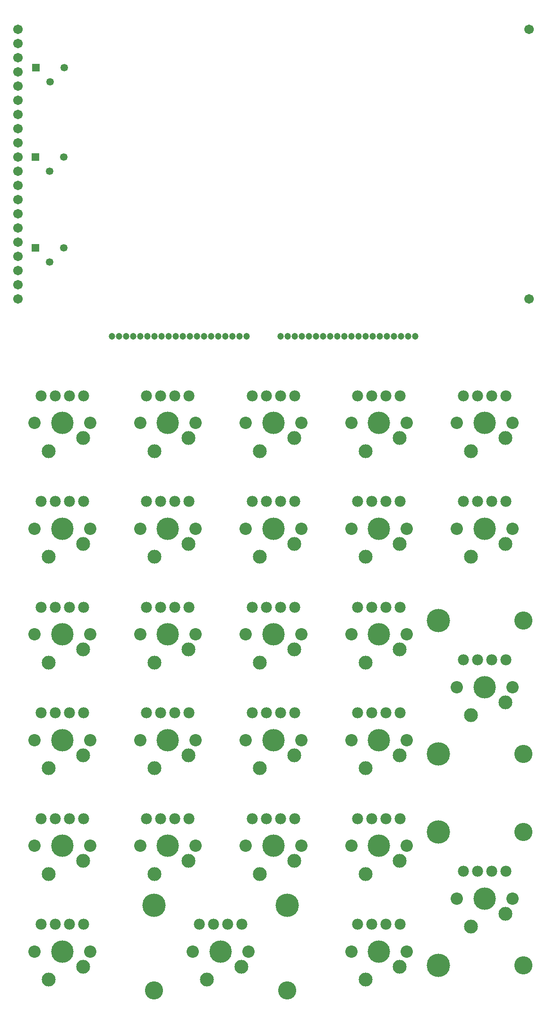
<source format=gbr>
%TF.GenerationSoftware,Altium Limited,Altium Designer,22.7.1 (60)*%
G04 Layer_Color=8388736*
%FSLAX45Y45*%
%MOMM*%
%TF.SameCoordinates,5A05AA2C-F857-43D8-A6CE-F15CAA79189D*%
%TF.FilePolarity,Negative*%
%TF.FileFunction,Soldermask,Top*%
%TF.Part,Single*%
G01*
G75*
%TA.AperFunction,ComponentPad*%
%ADD13R,1.34620X1.34620*%
%ADD14C,1.34620*%
%ADD43C,1.98120*%
%ADD44C,2.48920*%
%ADD45C,4.01320*%
%ADD46C,2.20320*%
%ADD47C,4.19120*%
%ADD48C,3.25120*%
%ADD49C,1.20320*%
%TA.AperFunction,ViaPad*%
%ADD50C,1.70320*%
D13*
X584200Y16827499D02*
D03*
X571500Y13601700D02*
D03*
Y15227299D02*
D03*
D14*
X838200Y16573500D02*
D03*
X1092200Y16827499D02*
D03*
X1079500Y13601700D02*
D03*
X825500Y13347701D02*
D03*
X1079500Y15227299D02*
D03*
X825500Y14973300D02*
D03*
D43*
X8752730Y10950930D02*
D03*
X8244730D02*
D03*
X8498730D02*
D03*
X9006750Y10950910D02*
D03*
Y6220160D02*
D03*
X8498730Y6220180D02*
D03*
X8244730D02*
D03*
X8752730D02*
D03*
X9006750Y2435560D02*
D03*
X8498730Y2435580D02*
D03*
X8244730D02*
D03*
X8752730D02*
D03*
X4021980Y1489430D02*
D03*
X3513980D02*
D03*
X3767980D02*
D03*
X4276000Y1489410D02*
D03*
X1183530Y1489430D02*
D03*
X675530D02*
D03*
X929530D02*
D03*
X1437550Y1489410D02*
D03*
X1183530Y3381730D02*
D03*
X675530D02*
D03*
X929530D02*
D03*
X1437550Y3381710D02*
D03*
X1183530Y5274030D02*
D03*
X675530D02*
D03*
X929530D02*
D03*
X1437550Y5274010D02*
D03*
X1183530Y7166330D02*
D03*
X675530D02*
D03*
X929530D02*
D03*
X1437550Y7166310D02*
D03*
X1183530Y9058630D02*
D03*
X675530D02*
D03*
X929530D02*
D03*
X1437550Y9058610D02*
D03*
X1183530Y10950930D02*
D03*
X675530D02*
D03*
X929530D02*
D03*
X1437550Y10950910D02*
D03*
X7114450D02*
D03*
X6606430Y10950930D02*
D03*
X6352430D02*
D03*
X6860430D02*
D03*
X5222150Y3381710D02*
D03*
X4714130Y3381730D02*
D03*
X4460130D02*
D03*
X4968130D02*
D03*
X7114450Y1489410D02*
D03*
X6606430Y1489430D02*
D03*
X6352430D02*
D03*
X6860430D02*
D03*
X7114450Y3381710D02*
D03*
X6606430Y3381730D02*
D03*
X6352430D02*
D03*
X6860430D02*
D03*
X7114450Y5274010D02*
D03*
X6606430Y5274030D02*
D03*
X6352430D02*
D03*
X6860430D02*
D03*
X5222150Y9058610D02*
D03*
X4714130Y9058630D02*
D03*
X4460130D02*
D03*
X4968130D02*
D03*
X5222150Y10950910D02*
D03*
X4714130Y10950930D02*
D03*
X4460130D02*
D03*
X4968130D02*
D03*
X7114450Y9058610D02*
D03*
X6606430Y9058630D02*
D03*
X6352430D02*
D03*
X6860430D02*
D03*
X7114450Y7166310D02*
D03*
X6606430Y7166330D02*
D03*
X6352430D02*
D03*
X6860430D02*
D03*
X5222150Y7166310D02*
D03*
X4714130Y7166330D02*
D03*
X4460130D02*
D03*
X4968130D02*
D03*
X5222150Y5274010D02*
D03*
X4714130Y5274030D02*
D03*
X4460130D02*
D03*
X4968130D02*
D03*
X9006750Y9058610D02*
D03*
X8498730Y9058630D02*
D03*
X8244730D02*
D03*
X8752730D02*
D03*
X3329850Y7166310D02*
D03*
X2821830Y7166330D02*
D03*
X2567830D02*
D03*
X3075830D02*
D03*
X3329850Y5274010D02*
D03*
X2821830Y5274030D02*
D03*
X2567830D02*
D03*
X3075830D02*
D03*
X3329850Y10950910D02*
D03*
X2821830Y10950930D02*
D03*
X2567830D02*
D03*
X3075830D02*
D03*
X3329850Y3381710D02*
D03*
X2821830Y3381730D02*
D03*
X2567830D02*
D03*
X3075830D02*
D03*
X3329850Y9058610D02*
D03*
X2821830Y9058630D02*
D03*
X2567830D02*
D03*
X3075830D02*
D03*
D44*
X8381930Y9960310D02*
D03*
X8999130Y10194010D02*
D03*
Y5463260D02*
D03*
X8381930Y5229560D02*
D03*
X8999130Y1678660D02*
D03*
X8381930Y1444960D02*
D03*
X3651180Y498810D02*
D03*
X4268380Y732510D02*
D03*
X812730Y498810D02*
D03*
X1429930Y732510D02*
D03*
X812730Y2391110D02*
D03*
X1429930Y2624810D02*
D03*
X812730Y4283410D02*
D03*
X1429930Y4517110D02*
D03*
X812730Y6175710D02*
D03*
X1429930Y6409410D02*
D03*
X812730Y8068010D02*
D03*
X1429930Y8301710D02*
D03*
X812730Y9960310D02*
D03*
X1429930Y10194010D02*
D03*
X7106830D02*
D03*
X6489630Y9960310D02*
D03*
X5214530Y2624810D02*
D03*
X4597330Y2391110D02*
D03*
X7106830Y732510D02*
D03*
X6489630Y498810D02*
D03*
X7106830Y2624810D02*
D03*
X6489630Y2391110D02*
D03*
X7106830Y4517110D02*
D03*
X6489630Y4283410D02*
D03*
X5214530Y8301710D02*
D03*
X4597330Y8068010D02*
D03*
X5214530Y10194010D02*
D03*
X4597330Y9960310D02*
D03*
X7106830Y8301710D02*
D03*
X6489630Y8068010D02*
D03*
X7106830Y6409410D02*
D03*
X6489630Y6175710D02*
D03*
X5214530Y6409410D02*
D03*
X4597330Y6175710D02*
D03*
X5214530Y4517110D02*
D03*
X4597330Y4283410D02*
D03*
X8999130Y8301710D02*
D03*
X8381930Y8068010D02*
D03*
X3322230Y6409410D02*
D03*
X2705030Y6175710D02*
D03*
X3322230Y4517110D02*
D03*
X2705030Y4283410D02*
D03*
X3322230Y10194010D02*
D03*
X2705030Y9960310D02*
D03*
X3322230Y2624810D02*
D03*
X2705030Y2391110D02*
D03*
X3322230Y8301710D02*
D03*
X2705030Y8068010D02*
D03*
D45*
X8627030Y10463230D02*
D03*
Y5732480D02*
D03*
Y1947880D02*
D03*
X3896280Y1001730D02*
D03*
X1057830D02*
D03*
Y2894030D02*
D03*
Y4786330D02*
D03*
Y6678630D02*
D03*
Y8570930D02*
D03*
Y10463230D02*
D03*
X6734730D02*
D03*
X4842430Y2894030D02*
D03*
X6734730Y1001730D02*
D03*
Y2894030D02*
D03*
Y4786330D02*
D03*
X4842430Y8570930D02*
D03*
Y10463230D02*
D03*
X6734730Y8570930D02*
D03*
Y6678630D02*
D03*
X4842430D02*
D03*
Y4786330D02*
D03*
X8627030Y8570930D02*
D03*
X2950130Y6678630D02*
D03*
Y4786330D02*
D03*
Y10463230D02*
D03*
Y2894030D02*
D03*
Y8570930D02*
D03*
D46*
X9126140Y10463230D02*
D03*
X8127930D02*
D03*
Y5732480D02*
D03*
X9126140D02*
D03*
X8127930Y1947880D02*
D03*
X9126140D02*
D03*
X4395390Y1001730D02*
D03*
X3397180D02*
D03*
X1556940D02*
D03*
X558730D02*
D03*
X1556940Y2894030D02*
D03*
X558730D02*
D03*
X1556940Y4786330D02*
D03*
X558730D02*
D03*
X1556940Y6678630D02*
D03*
X558730D02*
D03*
X1556940Y8570930D02*
D03*
X558730D02*
D03*
X1556940Y10463230D02*
D03*
X558730D02*
D03*
X6235630D02*
D03*
X7233840D02*
D03*
X4343330Y2894030D02*
D03*
X5341540D02*
D03*
X6235630Y1001730D02*
D03*
X7233840D02*
D03*
X6235630Y2894030D02*
D03*
X7233840D02*
D03*
X6235630Y4786330D02*
D03*
X7233840D02*
D03*
X4343330Y8570930D02*
D03*
X5341540D02*
D03*
X4343330Y10463230D02*
D03*
X5341540D02*
D03*
X6235630Y8570930D02*
D03*
X7233840D02*
D03*
X6235630Y6678630D02*
D03*
X7233840D02*
D03*
X4343330D02*
D03*
X5341540D02*
D03*
X4343330Y4786330D02*
D03*
X5341540D02*
D03*
X8127930Y8570930D02*
D03*
X9126140D02*
D03*
X2451030Y6678630D02*
D03*
X3449240D02*
D03*
X2451030Y4786330D02*
D03*
X3449240D02*
D03*
X2451030Y10463230D02*
D03*
X3449240D02*
D03*
X2451030Y2894030D02*
D03*
X3449240D02*
D03*
X2451030Y8570930D02*
D03*
X3449240D02*
D03*
D47*
X7801530Y6926280D02*
D03*
Y4538680D02*
D03*
Y3141680D02*
D03*
Y754080D02*
D03*
X2702480Y1827230D02*
D03*
X5090080D02*
D03*
D48*
X9325530Y6926280D02*
D03*
Y4538680D02*
D03*
Y3141680D02*
D03*
Y754080D02*
D03*
X2702480Y303230D02*
D03*
X5090080D02*
D03*
D49*
X7378700Y12014200D02*
D03*
X7251700D02*
D03*
X7124700D02*
D03*
X6997700D02*
D03*
X6870700D02*
D03*
X6743700D02*
D03*
X6616700D02*
D03*
X6489700D02*
D03*
X6362700D02*
D03*
X6235700D02*
D03*
X6108700D02*
D03*
X5981700D02*
D03*
X5854700D02*
D03*
X5727700D02*
D03*
X5600700D02*
D03*
X5473700D02*
D03*
X5346700D02*
D03*
X5219700D02*
D03*
X5092700D02*
D03*
X4965700D02*
D03*
X4356100D02*
D03*
X4229100D02*
D03*
X4102100D02*
D03*
X3975100D02*
D03*
X3848100D02*
D03*
X3721100D02*
D03*
X3594100D02*
D03*
X3467100D02*
D03*
X3340100D02*
D03*
X3213100D02*
D03*
X3086100D02*
D03*
X2959100D02*
D03*
X2832100D02*
D03*
X2705100D02*
D03*
X2578100D02*
D03*
X2451100D02*
D03*
X2324100D02*
D03*
X2197100D02*
D03*
X2070100D02*
D03*
X1943100D02*
D03*
D50*
X259000Y12685300D02*
D03*
Y12939301D02*
D03*
Y13193300D02*
D03*
Y13447301D02*
D03*
Y13701300D02*
D03*
Y13955299D02*
D03*
Y14209300D02*
D03*
Y14463300D02*
D03*
Y14717300D02*
D03*
Y14971300D02*
D03*
Y15225301D02*
D03*
Y15479300D02*
D03*
Y15733299D02*
D03*
Y15987300D02*
D03*
Y16241299D02*
D03*
Y16495300D02*
D03*
Y16749300D02*
D03*
X9425860Y12685300D02*
D03*
Y17511301D02*
D03*
X259000Y17003300D02*
D03*
Y17257300D02*
D03*
Y17511301D02*
D03*
%TF.MD5,982b385b545a552ea25968448987f576*%
M02*

</source>
